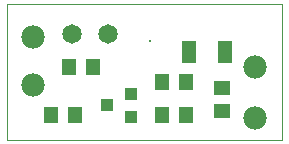
<source format=gts>
%FSAX24Y24*%
%MOIN*%
G70*
G01*
G75*
G04 Layer_Color=8388736*
%ADD10R,0.0354X0.0315*%
%ADD11R,0.0394X0.0500*%
%ADD12R,0.0400X0.0669*%
%ADD13R,0.0500X0.0394*%
%ADD14C,0.0200*%
%ADD15C,0.0030*%
%ADD16C,0.0570*%
%ADD17C,0.0700*%
%ADD18C,0.0050*%
%ADD19R,0.0394X0.0394*%
%ADD20R,0.0394X0.0315*%
%ADD21R,0.0236X0.0413*%
%ADD22C,0.0100*%
%ADD23R,0.0434X0.0395*%
%ADD24R,0.0474X0.0580*%
%ADD25R,0.0480X0.0749*%
%ADD26R,0.0580X0.0474*%
%ADD27C,0.0650*%
%ADD28C,0.0780*%
%ADD29C,0.0080*%
D15*
X040750Y054300D02*
X049900D01*
X040750Y049750D02*
Y054300D01*
Y049750D02*
X049900D01*
Y054300D01*
D23*
X044872Y050530D02*
D03*
X044085Y050904D02*
D03*
X044872Y051278D02*
D03*
D24*
X046700Y051700D02*
D03*
X045913D02*
D03*
X043000Y050600D02*
D03*
X042213D02*
D03*
X043594Y052200D02*
D03*
X042806D02*
D03*
X045906Y050600D02*
D03*
X046694D02*
D03*
D25*
X046800Y052700D02*
D03*
X048000D02*
D03*
D26*
X047900Y050706D02*
D03*
Y051494D02*
D03*
D27*
X044100Y053300D02*
D03*
X042900D02*
D03*
D28*
X041600Y053200D02*
D03*
Y051600D02*
D03*
X049000Y052200D02*
D03*
Y050500D02*
D03*
D29*
X045500Y053050D02*
D03*
M02*

</source>
